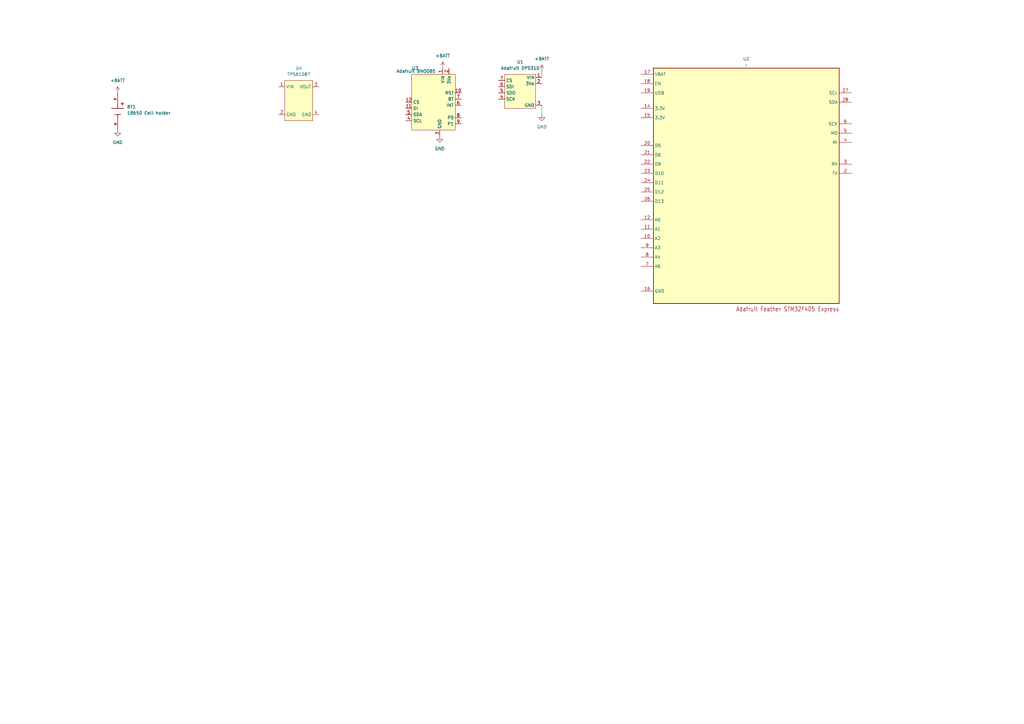
<source format=kicad_sch>
(kicad_sch (version 20231120) (generator "eeschema") (generator_version "8.0")
  (paper "A3")
  (lib_symbols
    (symbol "18650 Cell holder:18650 Cell holder" (pin_names (offset 1.016))
      (property "Reference" "BT" (at -3.81 3.81 0))
      (property "Value" "18650 Cell holder" (at -8.89 -5.08 0))
      (symbol "18650 Cell holder_0_0"
        (polyline (pts (xy -3.81 1.905) (xy -2.54 1.905)) (stroke (width 0.254)))
        (polyline (pts (xy -3.175 2.54) (xy -3.175 1.27)) (stroke (width 0.254)))
        (polyline (pts (xy -1.27 0) (xy -2.54 0)) (stroke (width 0.254)))
        (polyline (pts (xy -1.27 0) (xy -1.27 -2.54)) (stroke (width 0.254)))
        (polyline (pts (xy -1.27 2.54) (xy -1.27 0)) (stroke (width 0.254)))
        (polyline (pts (xy 1.27 0) (xy 1.27 -1.27)) (stroke (width 0.254)))
        (polyline (pts (xy 1.27 0) (xy 2.54 0)) (stroke (width 0.254)))
        (polyline (pts (xy 1.27 1.27) (xy 1.27 0)) (stroke (width 0.254)))
        (pin passive line (at 7.62 0 180) (length 5.08) (name "~") (number "N"))
        (pin passive line (at -7.62 0 0) (length 5.08) (name "~") (number "P"))
      )
    )
    (symbol "Adafruit BNO085:Adafruit_BNO085" (in_bom no) (on_board no)
      (property "Reference" "U" (at -6.35 8.89 0))
      (property "Value" "Adafruit BNO085" (at -2.54 1.27 0))
      (symbol "Adafruit_BNO085_1_1"
        (rectangle (start -11.43 6.35) (end 6.35 -16.51) (fill (type background)))
        (pin input line (at 1.27 8.89 270) (length 2.54) (name "VIN") (number "1"))
        (pin output line (at 8.89 -1.27 180) (length 2.54) (name "RST") (number "10"))
        (pin input line (at -13.97 -7.62 0) (length 2.54) (name "DI") (number "11"))
        (pin input line (at -13.97 -5.08 0) (length 2.54) (name "CS") (number "12"))
        (pin input line (at 3.81 8.89 270) (length 2.54) (name "3Vo") (number "2"))
        (pin input line (at 0 -19.05 90) (length 2.54) (name "GND") (number "3"))
        (pin input line (at -13.97 -12.7 0) (length 2.54) (name "SCL") (number "4"))
        (pin bidirectional line (at -13.97 -10.16 0) (length 2.54) (name "SDA") (number "5"))
        (pin output line (at 8.89 -6.35 180) (length 2.54) (name "INT") (number "6"))
        (pin output line (at 8.89 -3.81 180) (length 2.54) (name "BT") (number "7"))
        (pin output line (at 8.89 -11.43 180) (length 2.54) (name "P0") (number "8"))
        (pin output line (at 8.89 -13.97 180) (length 2.54) (name "P1") (number "9"))
      )
    )
    (symbol "Adafruit DPS310:Adafruit_DPS310"
      (property "Reference" "U" (at -5.08 2.54 0))
      (property "Value" "Adafruit DPS310" (at -3.81 0 0))
      (symbol "Adafruit_DPS310_1_1"
        (rectangle (start -11.43 -1.27) (end 1.27 -15.24) (fill (type background)))
        (pin input line (at 3.81 -2.54 180) (length 2.54) (name "VIN") (number "1"))
        (pin output line (at 3.81 -5.08 180) (length 2.54) (name "3Vo") (number "2"))
        (pin input line (at 3.81 -13.97 180) (length 2.54) (name "GND") (number "3"))
        (pin input line (at -13.97 -11.43 0) (length 2.54) (name "SCK") (number "4"))
        (pin output line (at -13.97 -8.89 0) (length 2.54) (name "SDO") (number "5"))
        (pin bidirectional line (at -13.97 -6.35 0) (length 2.54) (name "SDI") (number "6"))
        (pin input line (at -13.97 -3.81 0) (length 2.54) (name "CS") (number "7"))
      )
    )
    (symbol "Adafruit STM32F405:Adafruit_express_STM32F405"
      (property "Reference" "U" (at 0 0 0))
      (symbol "Adafruit_express_STM32F405_1_0"
        (polyline (pts (xy -38.1 -50.8) (xy -38.1 45.72)) (stroke (width 0.254)))
        (polyline (pts (xy -38.1 45.72) (xy 38.1 45.72)) (stroke (width 0.254)))
        (polyline (pts (xy 38.1 -50.8) (xy -38.1 -50.8)) (stroke (width 0.254)))
        (polyline (pts (xy 38.1 45.72) (xy 38.1 -50.8)) (stroke (width 0.254)))
        (text "Adafruit Feather STM32F405 Express\n" (at 38.1 -52.07 0) (effects (font (size 1.778 1.5113)) (justify right top)))
        (pin bidirectional line (at -43.18 -24.13 0) (length 5.08) (name "A2") (number "10"))
        (pin bidirectional line (at -43.18 -20.32 0) (length 5.08) (name "A1") (number "11"))
        (pin bidirectional line (at -43.18 -16.51 0) (length 5.08) (name "A0") (number "12"))
        (pin bidirectional line (at -43.18 29.21 0) (length 5.08) (name "3.3V") (number "14"))
        (pin bidirectional line (at -43.18 25.4 0) (length 5.08) (name "3.3V") (number "15"))
        (pin bidirectional line (at -43.18 -45.72 0) (length 5.08) (name "GND") (number "16"))
        (pin bidirectional line (at -43.18 43.18 0) (length 5.08) (name "VBAT") (number "17"))
        (pin bidirectional line (at -43.18 39.37 0) (length 5.08) (name "EN") (number "18"))
        (pin bidirectional line (at -43.18 35.56 0) (length 5.08) (name "USB") (number "19"))
        (pin bidirectional line (at 43.18 2.54 180) (length 5.08) (name "TX") (number "2"))
        (pin bidirectional line (at -43.18 13.97 0) (length 5.08) (name "D5") (number "20"))
        (pin bidirectional line (at -43.18 10.16 0) (length 5.08) (name "D6") (number "21"))
        (pin bidirectional line (at -43.18 6.35 0) (length 5.08) (name "D9") (number "22"))
        (pin bidirectional line (at -43.18 2.54 0) (length 5.08) (name "D10") (number "23"))
        (pin bidirectional line (at -43.18 -1.27 0) (length 5.08) (name "D11") (number "24"))
        (pin bidirectional line (at -43.18 -5.08 0) (length 5.08) (name "D12") (number "25"))
        (pin bidirectional line (at -43.18 -8.89 0) (length 5.08) (name "D13") (number "26"))
        (pin bidirectional line (at 43.18 35.56 180) (length 5.08) (name "SCL") (number "27"))
        (pin bidirectional line (at 43.18 31.75 180) (length 5.08) (name "SDA") (number "28"))
        (pin bidirectional line (at 43.18 6.35 180) (length 5.08) (name "RX") (number "3"))
        (pin bidirectional line (at 43.18 15.24 180) (length 5.08) (name "MI") (number "4"))
        (pin bidirectional line (at 43.18 19.05 180) (length 5.08) (name "MO") (number "5"))
        (pin bidirectional line (at 43.18 22.86 180) (length 5.08) (name "SCK") (number "6"))
        (pin bidirectional line (at -43.18 -35.56 0) (length 5.08) (name "A6") (number "7"))
        (pin bidirectional line (at -43.18 -31.75 0) (length 5.08) (name "A4") (number "8"))
        (pin bidirectional line (at -43.18 -27.94 0) (length 5.08) (name "A3") (number "9"))
      )
      (symbol "Adafruit_express_STM32F405_1_1"
        (rectangle (start -38.1 45.72) (end 38.1 -50.8) (fill (type background)))
      )
    )
    (symbol "Boost Converter:Boost_Converter"
      (property "Reference" "U" (at 0 0 0))
      (property "Value" "TPS61087" (at 2.54 -6.35 0))
      (symbol "Boost_Converter_1_1"
        (rectangle (start -3.81 -1.27) (end 7.62 -17.78) (fill (type background)))
        (pin input line (at -6.35 -3.81 0) (length 2.54) (name "VIN") (number "1"))
        (pin input line (at -6.35 -15.24 0) (length 2.54) (name "GND") (number "2"))
        (pin input line (at 10.16 -3.81 180) (length 2.54) (name "VOUT") (number "3"))
        (pin input line (at 10.16 -15.24 180) (length 2.54) (name "GND") (number "4"))
      )
    )
    (symbol "power:+BATT" (power) (pin_names (offset 0))
      (property "Value" "+BATT" (at 0 3.556 0))
      (symbol "+BATT_0_1"
        (polyline (pts (xy -0.762 1.27) (xy 0 2.54)))
        (polyline (pts (xy 0 0) (xy 0 2.54)))
        (polyline (pts (xy 0 2.54) (xy 0.762 1.27)))
      )
      (symbol "+BATT_1_1"
        (pin power_in line (at 0 0 90) (length 0) hide (name "+BATT") (number "1"))
      )
    )
    (symbol "power:GND" (power) (pin_names (offset 0))
      (property "Value" "GND" (at 0 -3.81 0))
      (symbol "GND_0_1"
        (polyline (pts (xy 0 0) (xy 0 -1.27) (xy 1.27 -1.27) (xy 0 -2.54) (xy -1.27 -1.27) (xy 0 -1.27)))
      )
      (symbol "GND_1_1"
        (pin power_in line (at 0 0 270) (length 0) hide (name "GND") (number "1"))
      )
    )
  )
  (wire (pts (xy 222.25 43.18) (xy 222.25 46.99)))
  (wire (pts (xy 222.25 29.21) (xy 222.25 31.75)))
  (symbol (lib_id "Adafruit DPS310:Adafruit_DPS310") (at 218.44 29.21 0) (unit 1)
    (property "Reference" "U1" (at 213.36 25.4 0))
    (property "Value" "Adafruit DPS310" (at 213.36 27.94 0))
    (property "Footprint" "DPS310:Adafruit DPS310" (effects (hide yes)))
  )
  (symbol (lib_id "power:GND") (at 180.34 55.88 0) (unit 1)
    (property "Reference" "#PWR05" (effects (hide yes)))
    (property "Value" "GND" (at 180.34 60.96 0))
  )
  (symbol (lib_id "power:+BATT") (at 48.26 38.1 0) (unit 1)
    (property "Reference" "#PWR01" (effects (hide yes)))
    (property "Value" "+BATT" (at 48.26 33.02 0))
  )
  (symbol (lib_id "power:GND") (at 222.25 46.99 0) (unit 1)
    (property "Reference" "#PWR06" (effects (hide yes)))
    (property "Value" "GND" (at 222.25 52.07 0))
  )
  (symbol (lib_id "Boost Converter:Boost_Converter") (at 120.65 31.75 0) (unit 1)
    (property "Reference" "U4" (at 122.555 27.94 0))
    (property "Value" "TPS61087" (at 122.555 30.48 0))
    (property "Footprint" "Boost Converter:TPS61087 Breakout" (effects (hide yes)))
  )
  (symbol (lib_id "Adafruit BNO085:Adafruit_BNO085") (at 180.34 36.83 0) (unit 1)
    (property "Reference" "U3" (at 168.91 27.94 0) (effects (justify left)))
    (property "Value" "Adafruit BNO085" (at 162.56 29.21 0) (effects (justify left)))
    (property "Footprint" "BNO085:Adafruit BNO085" (effects (hide yes)))
  )
  (symbol (lib_id "power:+BATT") (at 181.61 27.94 0) (unit 1)
    (property "Reference" "#PWR02" (effects (hide yes)))
    (property "Value" "+BATT" (at 181.61 22.86 0))
  )
  (symbol (lib_id "power:+BATT") (at 222.25 29.21 0) (unit 1)
    (property "Reference" "#PWR03" (effects (hide yes)))
    (property "Value" "+BATT" (at 222.25 24.13 0))
  )
  (symbol (lib_id "18650 Cell holder:18650 Cell holder") (at 48.26 45.72 270) (unit 1)
    (property "Reference" "BT1" (at 52.07 43.815 90) (effects (justify left)))
    (property "Value" "18650 Cell holder" (at 52.07 46.355 90) (effects (justify left)))
    (property "Footprint" "18650 Cell Holder:18560 holder" (effects (hide yes)))
    (property "Description" "\nSMT Holder for 18650 Battery\n" (effects (hide yes)))
  )
  (symbol (lib_id "Adafruit STM32F405:Adafruit_express_STM32F405") (at 306.07 73.66 0) (unit 1)
    (property "Reference" "U2" (at 306.07 24.13 0))
    (property "Value" "~" (at 306.07 26.67 0))
    (property "Footprint" "STM32F405:Adafruit Feather STM32F405 Express" (effects (hide yes)))
  )
  (symbol (lib_id "power:GND") (at 48.26 53.34 0) (unit 1)
    (property "Reference" "#PWR025" (effects (hide yes)))
    (property "Value" "GND" (at 48.26 58.42 0))
  )
)
</source>
